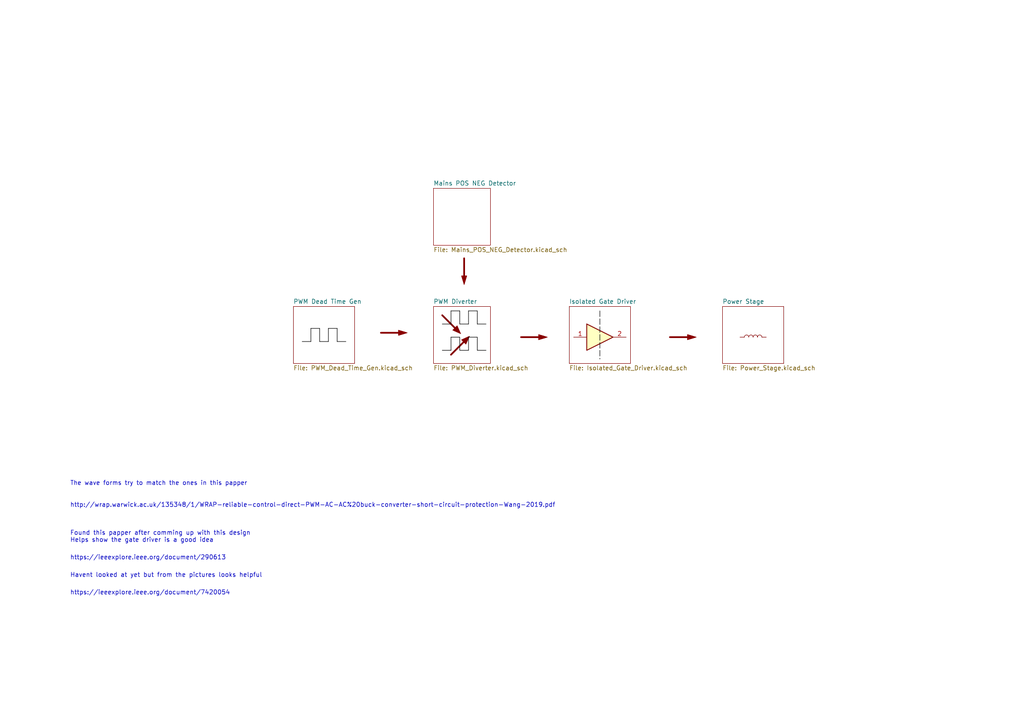
<source format=kicad_sch>
(kicad_sch (version 20211123) (generator eeschema)
  (paper "A4")
  (title_block (title "AC AC Buck") (date "2023-04-19") (rev "V1") (company "Kei Carden"))
  (lib_symbols
    (symbol "74xx:SN74LS07N" (pin_names (offset 1.016))
      (property "Reference" "U" (at 0 1.27 0))
      (property "Value" "SN74LS07N" (at 0 -1.27 0))
      (symbol "SN74LS07N_1_0"
        (polyline (pts (xy -3.81 3.81) (xy -3.81 -3.81) (xy 3.81 0) (xy -3.81 3.81)) (stroke (width 0.254)) (fill (type background)))
        (pin input line (at -7.62 0 0) (length 3.81) (name "~") (number "1"))
        (pin open_collector line (at 7.62 0 180) (length 3.81) (name "~") (number "2"))
      )
      (symbol "SN74LS07N_2_0"
        (polyline (pts (xy -3.81 3.81) (xy -3.81 -3.81) (xy 3.81 0) (xy -3.81 3.81)) (stroke (width 0.254)) (fill (type background)))
        (pin input line (at -7.62 0 0) (length 3.81) (name "~") (number "3"))
        (pin open_collector line (at 7.62 0 180) (length 3.81) (name "~") (number "4"))
      )
      (symbol "SN74LS07N_3_0"
        (polyline (pts (xy -3.81 3.81) (xy -3.81 -3.81) (xy 3.81 0) (xy -3.81 3.81)) (stroke (width 0.254)) (fill (type background)))
        (pin input line (at -7.62 0 0) (length 3.81) (name "~") (number "5"))
        (pin open_collector line (at 7.62 0 180) (length 3.81) (name "~") (number "6"))
      )
      (symbol "SN74LS07N_4_0"
        (polyline (pts (xy -3.81 3.81) (xy -3.81 -3.81) (xy 3.81 0) (xy -3.81 3.81)) (stroke (width 0.254)) (fill (type background)))
        (pin open_collector line (at 7.62 0 180) (length 3.81) (name "~") (number "8"))
        (pin input line (at -7.62 0 0) (length 3.81) (name "~") (number "9"))
      )
      (symbol "SN74LS07N_5_0"
        (polyline (pts (xy -3.81 3.81) (xy -3.81 -3.81) (xy 3.81 0) (xy -3.81 3.81)) (stroke (width 0.254)) (fill (type background)))
        (pin open_collector line (at 7.62 0 180) (length 3.81) (name "~") (number "10"))
        (pin input line (at -7.62 0 0) (length 3.81) (name "~") (number "11"))
      )
      (symbol "SN74LS07N_6_0"
        (polyline (pts (xy -3.81 3.81) (xy -3.81 -3.81) (xy 3.81 0) (xy -3.81 3.81)) (stroke (width 0.254)) (fill (type background)))
        (pin open_collector line (at 7.62 0 180) (length 3.81) (name "~") (number "12"))
        (pin input line (at -7.62 0 0) (length 3.81) (name "~") (number "13"))
      )
      (symbol "SN74LS07N_7_0"
        (pin power_in line (at 0 12.7 270) (length 5.08) (name "VCC") (number "14"))
        (pin power_in line (at 0 -12.7 90) (length 5.08) (name "GND") (number "7"))
      )
      (symbol "SN74LS07N_7_1"
        (rectangle (start -5.08 7.62) (end 5.08 -7.62) (stroke (width 0.254)) (fill (type background)))
      )
    )
    (symbol "Device:L" (pin_numbers hide) (pin_names (offset 1.016) hide)
      (property "Reference" "L" (at -1.27 0 90))
      (property "Value" "L" (at 1.905 0 90))
      (symbol "L_0_1"
        (arc (start 0 -2.54) (mid 0.635 -1.905) (end 0 -1.27))
        (arc (start 0 -1.27) (mid 0.635 -0.635) (end 0 0))
        (arc (start 0 0) (mid 0.635 0.635) (end 0 1.27))
        (arc (start 0 1.27) (mid 0.635 1.905) (end 0 2.54))
      )
      (symbol "L_1_1"
        (pin passive line (at 0 3.81 270) (length 1.27) (name "1") (number "1"))
        (pin passive line (at 0 -3.81 90) (length 1.27) (name "2") (number "2"))
      )
    )
    (symbol "Graphic:SYM_Arrow45_Large" (pin_names (offset 1.016))
      (symbol "SYM_Arrow45_Large_0_1"
        (polyline (pts (xy -2.54 2.54) (xy 2.286 -2.286)) (stroke (width 0.508)))
        (polyline (pts (xy 2.794 -2.794) (xy 0.508 -1.778) (xy 1.778 -0.508) (xy 2.794 -2.794)) (fill (type outline)))
      )
    )
    (symbol "Graphic:SYM_Arrow_Large" (pin_names (offset 1.016))
      (symbol "SYM_Arrow_Large_0_1"
        (polyline (pts (xy 2.54 0) (xy -3.81 0)) (stroke (width 0.508)))
        (polyline (pts (xy 3.81 0) (xy 1.27 -0.762) (xy 1.27 0.762) (xy 3.81 0)) (fill (type outline)))
      )
    )
  )
  (polyline (pts (xy 135.89 90.17) (xy 138.43 90.17)) (stroke (width 0) (type solid) (color 0 0 0 1)))
  (polyline (pts (xy 95.25 99.06) (xy 95.25 95.25)) (stroke (width 0) (type solid) (color 0 0 0 1)))
  (polyline (pts (xy 128.27 101.6) (xy 130.81 101.6)) (stroke (width 0) (type solid) (color 0 0 0 1)))
  (polyline (pts (xy 133.35 97.79) (xy 133.35 101.6)) (stroke (width 0) (type solid) (color 0 0 0 1)))
  (polyline (pts (xy 130.81 97.79) (xy 133.35 97.79)) (stroke (width 0) (type solid) (color 0 0 0 1)))
  (polyline (pts (xy 97.79 99.06) (xy 100.33 99.06)) (stroke (width 0) (type solid) (color 0 0 0 1)))
  (polyline (pts (xy 138.43 97.79) (xy 138.43 101.6)) (stroke (width 0) (type solid) (color 0 0 0 1)))
  (polyline (pts (xy 133.35 90.17) (xy 133.35 93.98)) (stroke (width 0) (type solid) (color 0 0 0 1)))
  (polyline (pts (xy 92.71 99.06) (xy 95.25 99.06)) (stroke (width 0) (type solid) (color 0 0 0 1)))
  (polyline (pts (xy 133.35 93.98) (xy 135.89 93.98)) (stroke (width 0) (type solid) (color 0 0 0 1)))
  (polyline (pts (xy 133.35 101.6) (xy 135.89 101.6)) (stroke (width 0) (type solid) (color 0 0 0 1)))
  (polyline (pts (xy 90.17 95.25) (xy 92.71 95.25)) (stroke (width 0) (type solid) (color 0 0 0 1)))
  (polyline (pts (xy 138.43 93.98) (xy 140.97 93.98)) (stroke (width 0) (type solid) (color 0 0 0 1)))
  (polyline (pts (xy 87.63 99.06) (xy 90.17 99.06)) (stroke (width 0) (type solid) (color 0 0 0 1)))
  (polyline (pts (xy 128.27 93.98) (xy 130.81 93.98)) (stroke (width 0) (type solid) (color 0 0 0 1)))
  (polyline (pts (xy 130.81 101.6) (xy 130.81 97.79)) (stroke (width 0) (type solid) (color 0 0 0 1)))
  (polyline (pts (xy 95.25 95.25) (xy 97.79 95.25)) (stroke (width 0) (type solid) (color 0 0 0 1)))
  (polyline (pts (xy 135.89 97.79) (xy 138.43 97.79)) (stroke (width 0) (type solid) (color 0 0 0 1)))
  (polyline (pts (xy 138.43 101.6) (xy 140.97 101.6)) (stroke (width 0) (type solid) (color 0 0 0 1)))
  (polyline (pts (xy 135.89 93.98) (xy 135.89 90.17)) (stroke (width 0) (type solid) (color 0 0 0 1)))
  (polyline (pts (xy 90.17 99.06) (xy 90.17 95.25)) (stroke (width 0) (type solid) (color 0 0 0 1)))
  (polyline (pts (xy 130.81 90.17) (xy 133.35 90.17)) (stroke (width 0) (type solid) (color 0 0 0 1)))
  (polyline (pts (xy 92.71 95.25) (xy 92.71 99.06)) (stroke (width 0) (type solid) (color 0 0 0 1)))
  (polyline (pts (xy 135.89 101.6) (xy 135.89 97.79)) (stroke (width 0) (type solid) (color 0 0 0 1)))
  (polyline (pts (xy 173.99 90.17) (xy 173.99 104.14)) (stroke (width 0) (color 0 0 0 1)))
  (polyline (pts (xy 138.43 90.17) (xy 138.43 93.98)) (stroke (width 0) (type solid) (color 0 0 0 1)))
  (polyline (pts (xy 130.81 93.98) (xy 130.81 90.17)) (stroke (width 0) (type solid) (color 0 0 0 1)))
  (polyline (pts (xy 97.79 95.25) (xy 97.79 99.06)) (stroke (width 0) (type solid) (color 0 0 0 1)))
  (image (at 133.35 63.5) (scale 0.293197))
  (text "https://ieeexplore.ieee.org/document/7420054" (at 20.32 172.72 0) (effects (font (size 1.27 1.27)) (justify left bottom)))
  (text "Havent looked at yet but from the pictures looks helpful\n" (at 20.32 167.64 0) (effects (font (size 1.27 1.27)) (justify left bottom)))
  (text "http://wrap.warwick.ac.uk/135348/1/WRAP-reliable-control-direct-PWM-AC-AC%20buck-converter-short-circuit-protection-Wang-2019.pdf" (at 20.32 147.32 0) (effects (font (size 1.27 1.27)) (justify left bottom)))
  (text "The wave forms try to match the ones in this papper" (at 20.32 140.97 0) (effects (font (size 1.25 1.25)) (justify left bottom)))
  (text "https://ieeexplore.ieee.org/document/290613" (at 20.32 162.56 0) (effects (font (size 1.27 1.27)) (justify left bottom)))
  (text "Found this papper after comming up with this design\nHelps show the gate driver is a good idea" (at 20.32 157.48 0) (effects (font (size 1.27 1.27)) (justify left bottom)))
  (symbol (lib_id "Graphic:SYM_Arrow45_Large") (at 133.35 100.33 90) (unit 1)
    (property "Reference" "#SYM3" (effects hide))
    (property "Value" "SYM_Arrow45_Large" (effects hide))
  )
  (symbol (lib_id "74xx:SN74LS07N") (at 173.99 97.79 0) (unit 1)
    (property "Reference" "U1" (effects hide))
    (property "Value" "SN74LS07N" (effects hide))
    (property "Datasheet" "www.ti.com/lit/ds/symlink/sn74ls07.pdf" (effects hide))
  )
  (symbol (lib_id "Graphic:SYM_Arrow45_Large") (at 130.81 93.98 0) (unit 1)
    (property "Reference" "#SYM2" (effects hide))
    (property "Value" "SYM_Arrow45_Large" (effects hide))
  )
  (symbol (lib_id "Graphic:SYM_Arrow_Large") (at 154.94 97.79 0) (unit 1)
    (property "Reference" "#SYM5" (effects hide))
    (property "Value" "SYM_Arrow_Large" (effects hide))
  )
  (symbol (lib_id "Graphic:SYM_Arrow_Large") (at 114.3 96.52 0) (unit 1)
    (property "Reference" "#SYM1" (effects hide))
    (property "Value" "SYM_Arrow_Large" (effects hide))
  )
  (symbol (lib_id "Graphic:SYM_Arrow_Large") (at 134.62 78.74 270) (unit 1)
    (property "Reference" "#SYM4" (effects hide))
    (property "Value" "SYM_Arrow_Large" (effects hide))
  )
  (symbol (lib_id "Device:L") (at 218.44 97.79 90) (unit 1)
    (property "Reference" "L1" (effects hide))
    (property "Value" "L" (effects hide))
  )
  (symbol (lib_id "Graphic:SYM_Arrow_Large") (at 198.12 97.79 0) (unit 1)
    (property "Reference" "#SYM6" (effects hide))
    (property "Value" "SYM_Arrow_Large" (effects hide))
  )
  (sheet (at 125.73 88.9) (size 16.51 16.51) (stroke (width 0.1524)) (fill (color 255 255 255 1.0000))
    (property "Sheet name" "PWM Diverter" (at 125.73 88.1884 0) (effects (justify left bottom)))
    (property "Sheet file" "PWM_Diverter.kicad_sch" (at 125.73 105.9946 0) (effects (justify left top)))
  )
  (sheet (at 209.55 88.9) (size 17.78 16.51) (stroke (width 0.1524)) (fill (color 255 255 255 1.0000))
    (property "Sheet name" "Power Stage" (at 209.55 88.1884 0) (effects (justify left bottom)))
    (property "Sheet file" "Power_Stage.kicad_sch" (at 209.55 105.9946 0) (effects (justify left top)))
  )
  (sheet (at 165.1 88.9) (size 17.78 16.51) (stroke (width 0.1524)) (fill (color 255 255 255 1.0000))
    (property "Sheet name" "Isolated Gate Driver" (at 165.1 88.1884 0) (effects (justify left bottom)))
    (property "Sheet file" "Isolated_Gate_Driver.kicad_sch" (at 165.1 105.9946 0) (effects (justify left top)))
  )
  (sheet (at 85.09 88.9) (size 17.78 16.51) (stroke (width 0.1524)) (fill (color 255 255 255 1.0000))
    (property "Sheet name" "PWM Dead Time Gen" (at 85.09 88.1884 0) (effects (justify left bottom)))
    (property "Sheet file" "PWM_Dead_Time_Gen.kicad_sch" (at 85.09 105.9946 0) (effects (justify left top)))
  )
  (sheet (at 125.73 54.61) (size 16.51 16.51) (stroke (width 0.1524)) (fill (color 255 255 255 1.0000))
    (property "Sheet name" "Mains POS NEG Detector" (at 125.73 53.8984 0) (effects (justify left bottom)))
    (property "Sheet file" "Mains_POS_NEG_Detector.kicad_sch" (at 125.73 71.7046 0) (effects (justify left top)))
  )
)
</source>
